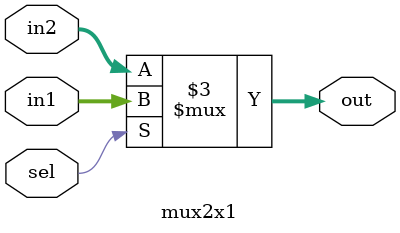
<source format=sv>
/*////////////////////////////////////////////////////////////////////////////////////////////////////////////////
* File Name : mux2x1.sv

* Purpose :

* Creation Date : 10-02-2023

* Last Modified : Tue 14 Feb 2023 01:00:08 PM IST

* Created By :  

//////////////////////////////////////////////////////////////////////////////////////////////////////////////// */

`timescale 1ns / 1ps
module mux2x1 #(parameter DATA_WIDTH = 32)
(
    input logic  [DATA_WIDTH-1:0]  		in1			            ,//from memory
    input logic  [DATA_WIDTH-1:0]  		in2			            ,//from alu
    input logic 	       		        sel			            ,
    output logic  [DATA_WIDTH-1:0]  	out			
);

    always_comb
    begin
    	if(sel)
    	begin
    		out = in1 ;
    	end
    	else
    	begin
    		out = in2 ;
    	end
    end
    
endmodule









</source>
